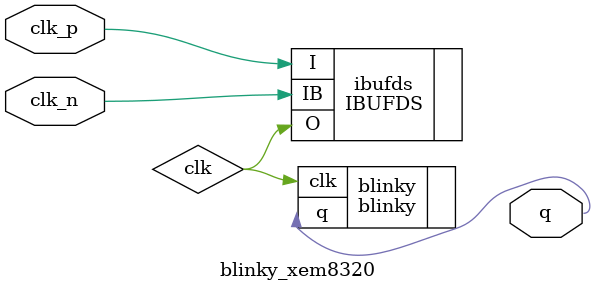
<source format=v>
module blinky_xem8320
  (input wire  clk_p,
   input wire  clk_n,
   output wire q);

   wire        clk;

   IBUFDS ibufds
     (.I  (clk_p),
      .IB (clk_n),
      .O  (clk));

   blinky #(.clk_freq_hz (100_000_000)) blinky
     (.clk (clk),
      .q   (q));

endmodule

</source>
